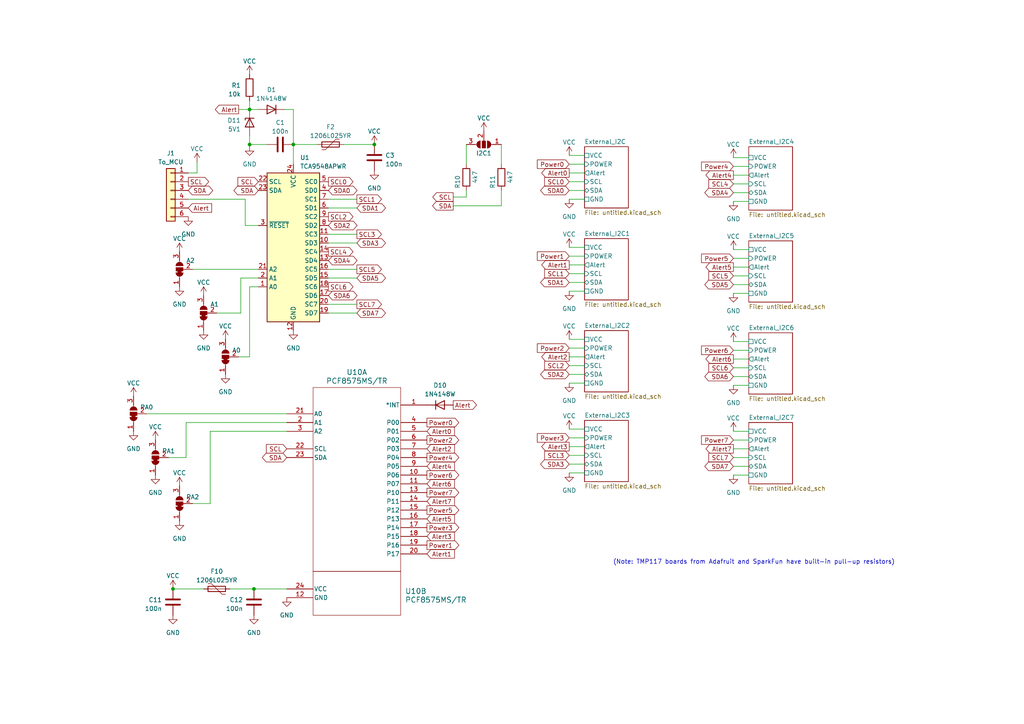
<source format=kicad_sch>
(kicad_sch (version 20230121) (generator eeschema)
  (paper "A4")
  (title_block (title "Datalogger 2039 TMP117 Adapter") (date "2023-07-09") (rev "1.0") (company "RTEK1000"))
  (lib_symbols
    (symbol "Connector_Generic:Conn_01x06" (pin_names (offset 1.016) hide)
      (property "Reference" "J" (at 0 7.62 0))
      (property "Value" "Conn_01x06" (at 0 -10.16 0))
      (symbol "Conn_01x06_1_1"
        (rectangle (start -1.27 -7.493) (end 0 -7.747) (stroke (width 0.1524)))
        (rectangle (start -1.27 -4.953) (end 0 -5.207) (stroke (width 0.1524)))
        (rectangle (start -1.27 -2.413) (end 0 -2.667) (stroke (width 0.1524)))
        (rectangle (start -1.27 0.127) (end 0 -0.127) (stroke (width 0.1524)))
        (rectangle (start -1.27 2.667) (end 0 2.413) (stroke (width 0.1524)))
        (rectangle (start -1.27 5.207) (end 0 4.953) (stroke (width 0.1524)))
        (rectangle (start -1.27 6.35) (end 1.27 -8.89) (stroke (width 0.254)) (fill (type background)))
        (pin passive line (at -5.08 5.08 0) (length 3.81) (name "Pin_1") (number "1"))
        (pin passive line (at -5.08 2.54 0) (length 3.81) (name "Pin_2") (number "2"))
        (pin passive line (at -5.08 0 0) (length 3.81) (name "Pin_3") (number "3"))
        (pin passive line (at -5.08 -2.54 0) (length 3.81) (name "Pin_4") (number "4"))
        (pin passive line (at -5.08 -5.08 0) (length 3.81) (name "Pin_5") (number "5"))
        (pin passive line (at -5.08 -7.62 0) (length 3.81) (name "Pin_6") (number "6"))
      )
    )
    (symbol "Device:C" (pin_numbers hide) (pin_names (offset 0.254))
      (property "Reference" "C" (at 0.635 2.54 0))
      (property "Value" "C" (at 0.635 -2.54 0))
      (symbol "C_0_1"
        (polyline (pts (xy -2.032 -0.762) (xy 2.032 -0.762)) (stroke (width 0.508)))
        (polyline (pts (xy -2.032 0.762) (xy 2.032 0.762)) (stroke (width 0.508)))
      )
      (symbol "C_1_1"
        (pin passive line (at 0 3.81 270) (length 2.794) (name "~") (number "1"))
        (pin passive line (at 0 -3.81 90) (length 2.794) (name "~") (number "2"))
      )
    )
    (symbol "Device:D" (pin_numbers hide) (pin_names (offset 1.016) hide)
      (property "Reference" "D" (at 0 2.54 0))
      (property "Value" "D" (at 0 -2.54 0))
      (symbol "D_0_1"
        (polyline (pts (xy -1.27 1.27) (xy -1.27 -1.27)) (stroke (width 0.254)))
        (polyline (pts (xy 1.27 0) (xy -1.27 0)))
        (polyline (pts (xy 1.27 1.27) (xy 1.27 -1.27) (xy -1.27 0) (xy 1.27 1.27)) (stroke (width 0.254)))
      )
      (symbol "D_1_1"
        (pin passive line (at -3.81 0 0) (length 2.54) (name "K") (number "1"))
        (pin passive line (at 3.81 0 180) (length 2.54) (name "A") (number "2"))
      )
    )
    (symbol "Device:D_Zener" (pin_numbers hide) (pin_names (offset 1.016) hide)
      (property "Reference" "D" (at 0 2.54 0))
      (property "Value" "D_Zener" (at 0 -2.54 0))
      (symbol "D_Zener_0_1"
        (polyline (pts (xy 1.27 0) (xy -1.27 0)))
        (polyline (pts (xy -1.27 -1.27) (xy -1.27 1.27) (xy -0.762 1.27)) (stroke (width 0.254)))
        (polyline (pts (xy 1.27 -1.27) (xy 1.27 1.27) (xy -1.27 0) (xy 1.27 -1.27)) (stroke (width 0.254)))
      )
      (symbol "D_Zener_1_1"
        (pin passive line (at -3.81 0 0) (length 2.54) (name "K") (number "1"))
        (pin passive line (at 3.81 0 180) (length 2.54) (name "A") (number "2"))
      )
    )
    (symbol "Device:Polyfuse" (pin_numbers hide) (pin_names (offset 0))
      (property "Reference" "F" (at -2.54 0 90))
      (property "Value" "Polyfuse" (at 2.54 0 90))
      (symbol "Polyfuse_0_1"
        (rectangle (start -0.762 2.54) (end 0.762 -2.54) (stroke (width 0.254)))
        (polyline (pts (xy 0 2.54) (xy 0 -2.54)))
        (polyline (pts (xy -1.524 2.54) (xy -1.524 1.524) (xy 1.524 -1.524) (xy 1.524 -2.54)))
      )
      (symbol "Polyfuse_1_1"
        (pin passive line (at 0 3.81 270) (length 1.27) (name "~") (number "1"))
        (pin passive line (at 0 -3.81 90) (length 1.27) (name "~") (number "2"))
      )
    )
    (symbol "Device:R" (pin_numbers hide) (pin_names (offset 0))
      (property "Reference" "R" (at 2.032 0 90))
      (property "Value" "R" (at 0 0 90))
      (symbol "R_0_1"
        (rectangle (start -1.016 -2.54) (end 1.016 2.54) (stroke (width 0.254)))
      )
      (symbol "R_1_1"
        (pin passive line (at 0 3.81 270) (length 1.27) (name "~") (number "1"))
        (pin passive line (at 0 -3.81 90) (length 1.27) (name "~") (number "2"))
      )
    )
    (symbol "ESP32:PCF8575DB" (pin_names (offset 0.254))
      (property "Reference" "U" (at 20.32 12.7 0))
      (property "Value" "PCF8575DB" (at 20.32 10.16 0))
      (symbol "PCF8575DB_1_1"
        (polyline (pts (xy 7.62 -45.72) (xy 33.02 -45.72)) (stroke (width 0.127)))
        (polyline (pts (xy 7.62 7.62) (xy 7.62 -45.72)) (stroke (width 0.127)))
        (polyline (pts (xy 33.02 -45.72) (xy 33.02 7.62)) (stroke (width 0.127)))
        (polyline (pts (xy 33.02 7.62) (xy 7.62 7.62)) (stroke (width 0.127)))
        (pin output line (at 40.64 2.54 180) (length 7.62) (name "*INT") (number "1"))
        (pin bidirectional line (at 40.64 -17.78 180) (length 7.62) (name "P06") (number "10"))
        (pin bidirectional line (at 40.64 -20.32 180) (length 7.62) (name "P07") (number "11"))
        (pin bidirectional line (at 40.64 -22.86 180) (length 7.62) (name "P10") (number "13"))
        (pin bidirectional line (at 40.64 -25.4 180) (length 7.62) (name "P11") (number "14"))
        (pin bidirectional line (at 40.64 -27.94 180) (length 7.62) (name "P12") (number "15"))
        (pin bidirectional line (at 40.64 -30.48 180) (length 7.62) (name "P13") (number "16"))
        (pin bidirectional line (at 40.64 -33.02 180) (length 7.62) (name "P14") (number "17"))
        (pin bidirectional line (at 40.64 -35.56 180) (length 7.62) (name "P15") (number "18"))
        (pin bidirectional line (at 40.64 -38.1 180) (length 7.62) (name "P16") (number "19"))
        (pin input line (at 0 -2.54 0) (length 7.62) (name "A1") (number "2"))
        (pin bidirectional line (at 40.64 -40.64 180) (length 7.62) (name "P17") (number "20"))
        (pin input line (at 0 0 0) (length 7.62) (name "A0") (number "21"))
        (pin unspecified line (at 0 -10.16 0) (length 7.62) (name "SCL") (number "22"))
        (pin unspecified line (at 0 -12.7 0) (length 7.62) (name "SDA") (number "23"))
        (pin input line (at 0 -5.08 0) (length 7.62) (name "A2") (number "3"))
        (pin bidirectional line (at 40.64 -2.54 180) (length 7.62) (name "P00") (number "4"))
        (pin bidirectional line (at 40.64 -5.08 180) (length 7.62) (name "P01") (number "5"))
        (pin bidirectional line (at 40.64 -7.62 180) (length 7.62) (name "P02") (number "6"))
        (pin bidirectional line (at 40.64 -10.16 180) (length 7.62) (name "P03") (number "7"))
        (pin bidirectional line (at 40.64 -12.7 180) (length 7.62) (name "P04") (number "8"))
        (pin bidirectional line (at 40.64 -15.24 180) (length 7.62) (name "P05") (number "9"))
      )
      (symbol "PCF8575DB_2_1"
        (polyline (pts (xy 7.62 -7.62) (xy 33.02 -7.62)) (stroke (width 0.127)))
        (polyline (pts (xy 7.62 5.08) (xy 7.62 -7.62)) (stroke (width 0.127)))
        (polyline (pts (xy 33.02 -7.62) (xy 33.02 5.08)) (stroke (width 0.127)))
        (polyline (pts (xy 33.02 5.08) (xy 7.62 5.08)) (stroke (width 0.127)))
        (pin power_in line (at 0 -2.54 0) (length 7.62) (name "GND") (number "12"))
        (pin power_in line (at 0 0 0) (length 7.62) (name "VCC") (number "24"))
      )
    )
    (symbol "Interface_Expansion:TCA9548APWR"
      (property "Reference" "U" (at -7.62 21.59 0))
      (property "Value" "TCA9548APWR" (at 1.016 21.59 0))
      (symbol "TCA9548APWR_0_1"
        (rectangle (start -7.62 20.32) (end 7.62 -22.86) (stroke (width 0.254)) (fill (type background)))
      )
      (symbol "TCA9548APWR_1_1"
        (pin input line (at -10.16 -12.7 0) (length 2.54) (name "A0") (number "1"))
        (pin bidirectional line (at 10.16 0 180) (length 2.54) (name "SD3") (number "10"))
        (pin output line (at 10.16 2.54 180) (length 2.54) (name "SC3") (number "11"))
        (pin power_in line (at 0 -25.4 90) (length 2.54) (name "GND") (number "12"))
        (pin bidirectional line (at 10.16 -5.08 180) (length 2.54) (name "SD4") (number "13"))
        (pin output line (at 10.16 -2.54 180) (length 2.54) (name "SC4") (number "14"))
        (pin bidirectional line (at 10.16 -10.16 180) (length 2.54) (name "SD5") (number "15"))
        (pin output line (at 10.16 -7.62 180) (length 2.54) (name "SC5") (number "16"))
        (pin bidirectional line (at 10.16 -15.24 180) (length 2.54) (name "SD6") (number "17"))
        (pin output line (at 10.16 -12.7 180) (length 2.54) (name "SC6") (number "18"))
        (pin bidirectional line (at 10.16 -20.32 180) (length 2.54) (name "SD7") (number "19"))
        (pin input line (at -10.16 -10.16 0) (length 2.54) (name "A1") (number "2"))
        (pin output line (at 10.16 -17.78 180) (length 2.54) (name "SC7") (number "20"))
        (pin input line (at -10.16 -7.62 0) (length 2.54) (name "A2") (number "21"))
        (pin input line (at -10.16 17.78 0) (length 2.54) (name "SCL") (number "22"))
        (pin bidirectional line (at -10.16 15.24 0) (length 2.54) (name "SDA") (number "23"))
        (pin power_in line (at 0 22.86 270) (length 2.54) (name "VCC") (number "24"))
        (pin input line (at -10.16 5.08 0) (length 2.54) (name "~{RESET}") (number "3"))
        (pin bidirectional line (at 10.16 15.24 180) (length 2.54) (name "SD0") (number "4"))
        (pin output line (at 10.16 17.78 180) (length 2.54) (name "SC0") (number "5"))
        (pin bidirectional line (at 10.16 10.16 180) (length 2.54) (name "SD1") (number "6"))
        (pin output line (at 10.16 12.7 180) (length 2.54) (name "SC1") (number "7"))
        (pin bidirectional line (at 10.16 5.08 180) (length 2.54) (name "SD2") (number "8"))
        (pin output line (at 10.16 7.62 180) (length 2.54) (name "SC2") (number "9"))
      )
    )
    (symbol "Jumper:SolderJumper_3_Bridged12" (pin_names (offset 0) hide)
      (property "Reference" "JP" (at -2.54 -2.54 0))
      (property "Value" "SolderJumper_3_Bridged12" (at 0 2.794 0))
      (symbol "SolderJumper_3_Bridged12_0_1"
        (rectangle (start -1.016 0.508) (end -0.508 -0.508) (fill (type outline)))
        (arc (start -1.016 1.016) (mid -2.0276 0) (end -1.016 -1.016))
        (arc (start -1.016 1.016) (mid -2.0276 0) (end -1.016 -1.016) (fill (type outline)))
        (rectangle (start -0.508 1.016) (end 0.508 -1.016) (fill (type outline)))
        (polyline (pts (xy -2.54 0) (xy -2.032 0)))
        (polyline (pts (xy -1.016 1.016) (xy -1.016 -1.016)))
        (polyline (pts (xy 0 -1.27) (xy 0 -1.016)))
        (polyline (pts (xy 1.016 1.016) (xy 1.016 -1.016)))
        (polyline (pts (xy 2.54 0) (xy 2.032 0)))
        (arc (start 1.016 -1.016) (mid 2.0276 0) (end 1.016 1.016))
        (arc (start 1.016 -1.016) (mid 2.0276 0) (end 1.016 1.016) (fill (type outline)))
      )
      (symbol "SolderJumper_3_Bridged12_1_1"
        (pin passive line (at -5.08 0 0) (length 2.54) (name "A") (number "1"))
        (pin passive line (at 0 -3.81 90) (length 2.54) (name "C") (number "2"))
        (pin passive line (at 5.08 0 180) (length 2.54) (name "B") (number "3"))
      )
    )
    (symbol "Jumper:SolderJumper_3_Open" (pin_names (offset 0) hide)
      (property "Reference" "JP" (at -2.54 -2.54 0))
      (property "Value" "SolderJumper_3_Open" (at 0 2.794 0))
      (symbol "SolderJumper_3_Open_0_1"
        (arc (start -1.016 1.016) (mid -2.0276 0) (end -1.016 -1.016))
        (arc (start -1.016 1.016) (mid -2.0276 0) (end -1.016 -1.016) (fill (type outline)))
        (rectangle (start -0.508 1.016) (end 0.508 -1.016) (fill (type outline)))
        (polyline (pts (xy -2.54 0) (xy -2.032 0)))
        (polyline (pts (xy -1.016 1.016) (xy -1.016 -1.016)))
        (polyline (pts (xy 0 -1.27) (xy 0 -1.016)))
        (polyline (pts (xy 1.016 1.016) (xy 1.016 -1.016)))
        (polyline (pts (xy 2.54 0) (xy 2.032 0)))
        (arc (start 1.016 -1.016) (mid 2.0276 0) (end 1.016 1.016))
        (arc (start 1.016 -1.016) (mid 2.0276 0) (end 1.016 1.016) (fill (type outline)))
      )
      (symbol "SolderJumper_3_Open_1_1"
        (pin passive line (at -5.08 0 0) (length 2.54) (name "A") (number "1"))
        (pin passive line (at 0 -3.81 90) (length 2.54) (name "C") (number "2"))
        (pin passive line (at 5.08 0 180) (length 2.54) (name "B") (number "3"))
      )
    )
    (symbol "power:GND" (power) (pin_names (offset 0))
      (property "Value" "GND" (at 0 -3.81 0))
      (symbol "GND_0_1"
        (polyline (pts (xy 0 0) (xy 0 -1.27) (xy 1.27 -1.27) (xy 0 -2.54) (xy -1.27 -1.27) (xy 0 -1.27)))
      )
      (symbol "GND_1_1"
        (pin power_in line (at 0 0 270) (length 0) hide (name "GND") (number "1"))
      )
    )
    (symbol "power:VCC" (power) (pin_names (offset 0))
      (property "Value" "VCC" (at 0 3.81 0))
      (symbol "VCC_0_1"
        (polyline (pts (xy -0.762 1.27) (xy 0 2.54)))
        (polyline (pts (xy 0 0) (xy 0 2.54)))
        (polyline (pts (xy 0 2.54) (xy 0.762 1.27)))
      )
      (symbol "VCC_1_1"
        (pin power_in line (at 0 0 90) (length 0) hide (name "VCC") (number "1"))
      )
    )
  )
  (junction (at 72.39 31.75))
  (junction (at 85.09 41.91))
  (junction (at 50.165 170.815))
  (junction (at 72.39 41.91))
  (junction (at 108.585 41.91))
  (junction (at 73.66 170.815))
  (wire (pts (xy 60.96 125.095) (xy 60.96 146.05)))
  (wire (pts (xy 212.725 53.34) (xy 217.17 53.34)))
  (wire (pts (xy 72.39 103.505) (xy 72.39 83.185)))
  (wire (pts (xy 69.85 90.805) (xy 69.85 80.645)))
  (wire (pts (xy 103.505 88.265) (xy 95.25 88.265)))
  (wire (pts (xy 57.15 46.99) (xy 57.15 50.165)))
  (wire (pts (xy 212.725 104.14) (xy 217.17 104.14)))
  (wire (pts (xy 99.695 41.91) (xy 108.585 41.91)))
  (wire (pts (xy 145.415 41.91) (xy 145.415 47.625)))
  (wire (pts (xy 74.93 80.645) (xy 69.85 80.645)))
  (wire (pts (xy 57.15 50.165) (xy 54.61 50.165)))
  (wire (pts (xy 165.1 132.08) (xy 169.545 132.08)))
  (wire (pts (xy 165.1 124.46) (xy 169.545 124.46)))
  (wire (pts (xy 165.1 45.085) (xy 169.545 45.085)))
  (wire (pts (xy 145.415 55.245) (xy 145.415 59.69)))
  (wire (pts (xy 103.505 90.805) (xy 95.25 90.805)))
  (wire (pts (xy 72.39 31.75) (xy 72.39 29.21)))
  (wire (pts (xy 66.675 170.815) (xy 73.66 170.815)))
  (wire (pts (xy 212.725 109.22) (xy 217.17 109.22)))
  (wire (pts (xy 212.725 125.095) (xy 217.17 125.095)))
  (wire (pts (xy 83.185 122.555) (xy 53.975 122.555)))
  (wire (pts (xy 165.1 81.915) (xy 169.545 81.915)))
  (wire (pts (xy 212.725 82.55) (xy 217.17 82.55)))
  (wire (pts (xy 71.12 57.785) (xy 71.12 65.405)))
  (wire (pts (xy 212.725 111.76) (xy 217.17 111.76)))
  (wire (pts (xy 165.1 108.585) (xy 169.545 108.585)))
  (wire (pts (xy 69.215 31.75) (xy 72.39 31.75)))
  (wire (pts (xy 73.66 170.815) (xy 83.185 170.815)))
  (wire (pts (xy 165.1 98.425) (xy 169.545 98.425)))
  (wire (pts (xy 212.725 130.175) (xy 217.17 130.175)))
  (wire (pts (xy 55.88 78.105) (xy 74.93 78.105)))
  (wire (pts (xy 212.725 137.795) (xy 217.17 137.795)))
  (wire (pts (xy 165.1 103.505) (xy 169.545 103.505)))
  (wire (pts (xy 165.1 57.785) (xy 169.545 57.785)))
  (wire (pts (xy 53.975 122.555) (xy 53.975 132.715)))
  (wire (pts (xy 212.725 80.01) (xy 217.17 80.01)))
  (wire (pts (xy 103.505 57.785) (xy 95.25 57.785)))
  (wire (pts (xy 103.505 78.105) (xy 95.25 78.105)))
  (wire (pts (xy 72.39 41.91) (xy 77.47 41.91)))
  (wire (pts (xy 165.1 106.045) (xy 169.545 106.045)))
  (wire (pts (xy 212.725 74.93) (xy 217.17 74.93)))
  (wire (pts (xy 165.1 55.245) (xy 169.545 55.245)))
  (wire (pts (xy 60.96 146.05) (xy 55.88 146.05)))
  (wire (pts (xy 165.1 71.755) (xy 169.545 71.755)))
  (wire (pts (xy 212.725 50.8) (xy 217.17 50.8)))
  (wire (pts (xy 212.725 48.26) (xy 217.17 48.26)))
  (wire (pts (xy 212.725 58.42) (xy 217.17 58.42)))
  (wire (pts (xy 212.725 127.635) (xy 217.17 127.635)))
  (wire (pts (xy 212.725 85.09) (xy 217.17 85.09)))
  (wire (pts (xy 165.1 50.165) (xy 169.545 50.165)))
  (wire (pts (xy 212.725 77.47) (xy 217.17 77.47)))
  (wire (pts (xy 85.09 31.75) (xy 85.09 41.91)))
  (wire (pts (xy 212.725 135.255) (xy 217.17 135.255)))
  (wire (pts (xy 145.415 59.69) (xy 131.445 59.69)))
  (wire (pts (xy 165.1 134.62) (xy 169.545 134.62)))
  (wire (pts (xy 83.185 125.095) (xy 60.96 125.095)))
  (wire (pts (xy 85.09 41.91) (xy 92.075 41.91)))
  (wire (pts (xy 135.255 57.15) (xy 131.445 57.15)))
  (wire (pts (xy 103.505 70.485) (xy 95.25 70.485)))
  (wire (pts (xy 165.1 129.54) (xy 169.545 129.54)))
  (wire (pts (xy 62.865 90.805) (xy 69.85 90.805)))
  (wire (pts (xy 165.1 127) (xy 169.545 127)))
  (wire (pts (xy 165.1 76.835) (xy 169.545 76.835)))
  (wire (pts (xy 42.545 120.015) (xy 83.185 120.015)))
  (wire (pts (xy 212.725 132.715) (xy 217.17 132.715)))
  (wire (pts (xy 103.505 80.645) (xy 95.25 80.645)))
  (wire (pts (xy 54.61 57.785) (xy 71.12 57.785)))
  (wire (pts (xy 59.055 170.815) (xy 50.165 170.815)))
  (wire (pts (xy 165.1 111.125) (xy 169.545 111.125)))
  (wire (pts (xy 165.1 79.375) (xy 169.545 79.375)))
  (wire (pts (xy 165.1 74.295) (xy 169.545 74.295)))
  (wire (pts (xy 212.725 101.6) (xy 217.17 101.6)))
  (wire (pts (xy 72.39 42.545) (xy 72.39 41.91)))
  (wire (pts (xy 74.93 83.185) (xy 72.39 83.185)))
  (wire (pts (xy 103.505 60.325) (xy 95.25 60.325)))
  (wire (pts (xy 82.55 31.75) (xy 85.09 31.75)))
  (wire (pts (xy 212.725 99.06) (xy 217.17 99.06)))
  (wire (pts (xy 53.975 132.715) (xy 48.895 132.715)))
  (wire (pts (xy 165.1 137.16) (xy 169.545 137.16)))
  (wire (pts (xy 212.725 106.68) (xy 217.17 106.68)))
  (wire (pts (xy 85.09 41.91) (xy 85.09 47.625)))
  (wire (pts (xy 74.93 31.75) (xy 72.39 31.75)))
  (wire (pts (xy 135.255 55.245) (xy 135.255 57.15)))
  (wire (pts (xy 165.1 84.455) (xy 169.545 84.455)))
  (wire (pts (xy 212.725 45.72) (xy 217.17 45.72)))
  (wire (pts (xy 165.1 100.965) (xy 169.545 100.965)))
  (wire (pts (xy 212.725 55.88) (xy 217.17 55.88)))
  (wire (pts (xy 72.39 41.91) (xy 72.39 39.37)))
  (wire (pts (xy 71.12 65.405) (xy 74.93 65.405)))
  (wire (pts (xy 165.1 52.705) (xy 169.545 52.705)))
  (wire (pts (xy 69.215 103.505) (xy 72.39 103.505)))
  (wire (pts (xy 135.255 41.91) (xy 135.255 47.625)))
  (wire (pts (xy 165.1 47.625) (xy 169.545 47.625)))
  (wire (pts (xy 103.505 67.945) (xy 95.25 67.945)))
  (wire (pts (xy 212.725 72.39) (xy 217.17 72.39)))
  (text "(Note: TMP117 boards from Adafruit and SparkFun have built-in pull-up resistors)" (at 177.8 163.83 0) (effects (font (size 1.27 1.27)) (justify left bottom)))
  (global_label "Alert0" (shape output) (at 165.1 50.165 180) (property "Intersheetrefs" "${INTERSHEET_REFS}" (effects hide)))
  (global_label "SDA" (shape bidirectional) (at 54.61 55.245 0) (property "Intersheetrefs" "${INTERSHEET_REFS}" (effects hide)))
  (global_label "SCL1" (shape input) (at 165.1 79.375 180) (property "Intersheetrefs" "${INTERSHEET_REFS}" (effects hide)))
  (global_label "Alert2" (shape input) (at 123.825 130.175 0) (property "Intersheetrefs" "${INTERSHEET_REFS}" (effects hide)))
  (global_label "Power4" (shape output) (at 123.825 132.715 0) (property "Intersheetrefs" "${INTERSHEET_REFS}" (effects hide)))
  (global_label "SCL" (shape output) (at 131.445 57.15 180) (property "Intersheetrefs" "${INTERSHEET_REFS}" (effects hide)))
  (global_label "SCL" (shape output) (at 54.61 52.705 0) (property "Intersheetrefs" "${INTERSHEET_REFS}" (effects hide)))
  (global_label "Alert0" (shape input) (at 123.825 125.095 0) (property "Intersheetrefs" "${INTERSHEET_REFS}" (effects hide)))
  (global_label "Power5" (shape output) (at 123.825 147.955 0) (property "Intersheetrefs" "${INTERSHEET_REFS}" (effects hide)))
  (global_label "Alert1" (shape input) (at 123.825 160.655 0) (property "Intersheetrefs" "${INTERSHEET_REFS}" (effects hide)))
  (global_label "Alert3" (shape output) (at 165.1 129.54 180) (property "Intersheetrefs" "${INTERSHEET_REFS}" (effects hide)))
  (global_label "SDA3" (shape bidirectional) (at 103.505 70.485 0) (property "Intersheetrefs" "${INTERSHEET_REFS}" (effects hide)))
  (global_label "Power7" (shape output) (at 123.825 142.875 0) (property "Intersheetrefs" "${INTERSHEET_REFS}" (effects hide)))
  (global_label "SDA0" (shape bidirectional) (at 95.25 55.245 0) (property "Intersheetrefs" "${INTERSHEET_REFS}" (effects hide)))
  (global_label "SDA5" (shape bidirectional) (at 212.725 82.55 180) (property "Intersheetrefs" "${INTERSHEET_REFS}" (effects hide)))
  (global_label "SCL0" (shape input) (at 165.1 52.705 180) (property "Intersheetrefs" "${INTERSHEET_REFS}" (effects hide)))
  (global_label "Alert3" (shape input) (at 123.825 155.575 0) (property "Intersheetrefs" "${INTERSHEET_REFS}" (effects hide)))
  (global_label "SDA1" (shape bidirectional) (at 165.1 81.915 180) (property "Intersheetrefs" "${INTERSHEET_REFS}" (effects hide)))
  (global_label "Alert2" (shape output) (at 165.1 103.505 180) (property "Intersheetrefs" "${INTERSHEET_REFS}" (effects hide)))
  (global_label "SDA" (shape bidirectional) (at 74.93 55.245 180) (property "Intersheetrefs" "${INTERSHEET_REFS}" (effects hide)))
  (global_label "SCL" (shape input) (at 83.185 130.175 180) (property "Intersheetrefs" "${INTERSHEET_REFS}" (effects hide)))
  (global_label "SDA3" (shape bidirectional) (at 165.1 134.62 180) (property "Intersheetrefs" "${INTERSHEET_REFS}" (effects hide)))
  (global_label "Power3" (shape output) (at 123.825 153.035 0) (property "Intersheetrefs" "${INTERSHEET_REFS}" (effects hide)))
  (global_label "SCL5" (shape input) (at 212.725 80.01 180) (property "Intersheetrefs" "${INTERSHEET_REFS}" (effects hide)))
  (global_label "SCL1" (shape output) (at 103.505 57.785 0) (property "Intersheetrefs" "${INTERSHEET_REFS}" (effects hide)))
  (global_label "Alert" (shape output) (at 131.445 117.475 0) (property "Intersheetrefs" "${INTERSHEET_REFS}" (effects hide)))
  (global_label "Alert5" (shape output) (at 212.725 77.47 180) (property "Intersheetrefs" "${INTERSHEET_REFS}" (effects hide)))
  (global_label "SCL7" (shape input) (at 212.725 132.715 180) (property "Intersheetrefs" "${INTERSHEET_REFS}" (effects hide)))
  (global_label "SDA2" (shape bidirectional) (at 95.25 65.405 0) (property "Intersheetrefs" "${INTERSHEET_REFS}" (effects hide)))
  (global_label "SDA6" (shape bidirectional) (at 212.725 109.22 180) (property "Intersheetrefs" "${INTERSHEET_REFS}" (effects hide)))
  (global_label "Power6" (shape output) (at 123.825 137.795 0) (property "Intersheetrefs" "${INTERSHEET_REFS}" (effects hide)))
  (global_label "Alert7" (shape input) (at 123.825 145.415 0) (property "Intersheetrefs" "${INTERSHEET_REFS}" (effects hide)))
  (global_label "Power5" (shape input) (at 212.725 74.93 180) (property "Intersheetrefs" "${INTERSHEET_REFS}" (effects hide)))
  (global_label "SDA4" (shape bidirectional) (at 212.725 55.88 180) (property "Intersheetrefs" "${INTERSHEET_REFS}" (effects hide)))
  (global_label "SCL3" (shape output) (at 103.505 67.945 0) (property "Intersheetrefs" "${INTERSHEET_REFS}" (effects hide)))
  (global_label "Power2" (shape output) (at 123.825 127.635 0) (property "Intersheetrefs" "${INTERSHEET_REFS}" (effects hide)))
  (global_label "SDA" (shape bidirectional) (at 83.185 132.715 180) (property "Intersheetrefs" "${INTERSHEET_REFS}" (effects hide)))
  (global_label "Power6" (shape input) (at 212.725 101.6 180) (property "Intersheetrefs" "${INTERSHEET_REFS}" (effects hide)))
  (global_label "Alert" (shape output) (at 69.215 31.75 180) (property "Intersheetrefs" "${INTERSHEET_REFS}" (effects hide)))
  (global_label "Alert4" (shape output) (at 212.725 50.8 180) (property "Intersheetrefs" "${INTERSHEET_REFS}" (effects hide)))
  (global_label "SDA1" (shape bidirectional) (at 103.505 60.325 0) (property "Intersheetrefs" "${INTERSHEET_REFS}" (effects hide)))
  (global_label "SCL5" (shape output) (at 103.505 78.105 0) (property "Intersheetrefs" "${INTERSHEET_REFS}" (effects hide)))
  (global_label "SDA7" (shape bidirectional) (at 212.725 135.255 180) (property "Intersheetrefs" "${INTERSHEET_REFS}" (effects hide)))
  (global_label "SCL3" (shape input) (at 165.1 132.08 180) (property "Intersheetrefs" "${INTERSHEET_REFS}" (effects hide)))
  (global_label "SDA" (shape output) (at 131.445 59.69 180) (property "Intersheetrefs" "${INTERSHEET_REFS}" (effects hide)))
  (global_label "SDA6" (shape bidirectional) (at 95.25 85.725 0) (property "Intersheetrefs" "${INTERSHEET_REFS}" (effects hide)))
  (global_label "SDA4" (shape bidirectional) (at 95.25 75.565 0) (property "Intersheetrefs" "${INTERSHEET_REFS}" (effects hide)))
  (global_label "SCL" (shape input) (at 74.93 52.705 180) (property "Intersheetrefs" "${INTERSHEET_REFS}" (effects hide)))
  (global_label "Alert4" (shape input) (at 123.825 135.255 0) (property "Intersheetrefs" "${INTERSHEET_REFS}" (effects hide)))
  (global_label "SDA5" (shape bidirectional) (at 103.505 80.645 0) (property "Intersheetrefs" "${INTERSHEET_REFS}" (effects hide)))
  (global_label "Alert7" (shape output) (at 212.725 130.175 180) (property "Intersheetrefs" "${INTERSHEET_REFS}" (effects hide)))
  (global_label "SCL6" (shape input) (at 212.725 106.68 180) (property "Intersheetrefs" "${INTERSHEET_REFS}" (effects hide)))
  (global_label "SCL0" (shape output) (at 95.25 52.705 0) (property "Intersheetrefs" "${INTERSHEET_REFS}" (effects hide)))
  (global_label "Power1" (shape output) (at 123.825 158.115 0) (property "Intersheetrefs" "${INTERSHEET_REFS}" (effects hide)))
  (global_label "SDA7" (shape bidirectional) (at 103.505 90.805 0) (property "Intersheetrefs" "${INTERSHEET_REFS}" (effects hide)))
  (global_label "SDA2" (shape bidirectional) (at 165.1 108.585 180) (property "Intersheetrefs" "${INTERSHEET_REFS}" (effects hide)))
  (global_label "SCL4" (shape input) (at 212.725 53.34 180) (property "Intersheetrefs" "${INTERSHEET_REFS}" (effects hide)))
  (global_label "SDA0" (shape bidirectional) (at 165.1 55.245 180) (property "Intersheetrefs" "${INTERSHEET_REFS}" (effects hide)))
  (global_label "Power7" (shape input) (at 212.725 127.635 180) (property "Intersheetrefs" "${INTERSHEET_REFS}" (effects hide)))
  (global_label "SCL2" (shape input) (at 165.1 106.045 180) (property "Intersheetrefs" "${INTERSHEET_REFS}" (effects hide)))
  (global_label "Power4" (shape input) (at 212.725 48.26 180) (property "Intersheetrefs" "${INTERSHEET_REFS}" (effects hide)))
  (global_label "Alert" (shape input) (at 54.61 60.325 0) (property "Intersheetrefs" "${INTERSHEET_REFS}" (effects hide)))
  (global_label "Alert6" (shape input) (at 123.825 140.335 0) (property "Intersheetrefs" "${INTERSHEET_REFS}" (effects hide)))
  (global_label "SCL2" (shape output) (at 95.25 62.865 0) (property "Intersheetrefs" "${INTERSHEET_REFS}" (effects hide)))
  (global_label "Power2" (shape input) (at 165.1 100.965 180) (property "Intersheetrefs" "${INTERSHEET_REFS}" (effects hide)))
  (global_label "Alert1" (shape output) (at 165.1 76.835 180) (property "Intersheetrefs" "${INTERSHEET_REFS}" (effects hide)))
  (global_label "Power0" (shape output) (at 123.825 122.555 0) (property "Intersheetrefs" "${INTERSHEET_REFS}" (effects hide)))
  (global_label "SCL4" (shape output) (at 95.25 73.025 0) (property "Intersheetrefs" "${INTERSHEET_REFS}" (effects hide)))
  (global_label "SCL6" (shape output) (at 95.25 83.185 0) (property "Intersheetrefs" "${INTERSHEET_REFS}" (effects hide)))
  (global_label "Alert6" (shape output) (at 212.725 104.14 180) (property "Intersheetrefs" "${INTERSHEET_REFS}" (effects hide)))
  (global_label "SCL7" (shape output) (at 103.505 88.265 0) (property "Intersheetrefs" "${INTERSHEET_REFS}" (effects hide)))
  (global_label "Power0" (shape input) (at 165.1 47.625 180) (property "Intersheetrefs" "${INTERSHEET_REFS}" (effects hide)))
  (global_label "Alert5" (shape input) (at 123.825 150.495 0) (property "Intersheetrefs" "${INTERSHEET_REFS}" (effects hide)))
  (global_label "Power1" (shape input) (at 165.1 74.295 180) (property "Intersheetrefs" "${INTERSHEET_REFS}" (effects hide)))
  (global_label "Power3" (shape input) (at 165.1 127 180) (property "Intersheetrefs" "${INTERSHEET_REFS}" (effects hide)))
  (symbol (lib_id "Device:R") (at 135.255 51.435 0) (mirror x) (unit 1)
    (property "Reference" "R10" (at 132.715 50.8 90) (effects (justify left)))
    (property "Value" "4k7" (at 137.795 49.53 90) (effects (justify left)))
    (property "Footprint" "Resistor_SMD:R_0805_2012Metric_Pad1.20x1.40mm_HandSolder" (effects hide))
    (property "LCSC" "C2930231" (effects hide))
  )
  (symbol (lib_id "power:VCC") (at 165.1 45.085 0) (unit 1)
    (property "Reference" "#PWR055" (effects hide))
    (property "Value" "VCC" (at 165.1 41.275 0))
  )
  (symbol (lib_id "power:VCC") (at 165.1 98.425 0) (unit 1)
    (property "Reference" "#PWR057" (effects hide))
    (property "Value" "VCC" (at 165.1 94.615 0))
  )
  (symbol (lib_id "power:GND") (at 212.725 137.795 0) (unit 1)
    (property "Reference" "#PWR041" (effects hide))
    (property "Value" "GND" (at 212.725 142.875 0))
  )
  (symbol (lib_id "Jumper:SolderJumper_3_Bridged12") (at 52.07 78.105 90) (unit 1) (in_bom no)
    (property "Reference" "A2" (at 56.515 75.565 90) (effects (justify left)))
    (property "Value" "A2" (effects hide))
    (property "Footprint" "Jumper:SolderJumper-3_P1.3mm_Bridged2Bar12_RoundedPad1.0x1.5mm" (effects hide))
  )
  (symbol (lib_id "power:GND") (at 72.39 42.545 0) (unit 1)
    (property "Reference" "#PWR064" (effects hide))
    (property "Value" "GND" (at 72.39 47.625 0))
  )
  (symbol (lib_id "Jumper:SolderJumper_3_Bridged12") (at 59.055 90.805 90) (unit 1) (in_bom no)
    (property "Reference" "A1" (at 63.5 88.265 90) (effects (justify left)))
    (property "Value" "A1" (effects hide))
    (property "Footprint" "Jumper:SolderJumper-3_P1.3mm_Bridged2Bar12_RoundedPad1.0x1.5mm" (effects hide))
  )
  (symbol (lib_id "power:VCC") (at 65.405 98.425 0) (unit 1)
    (property "Reference" "#PWR016" (effects hide))
    (property "Value" "VCC" (at 65.405 94.615 0))
  )
  (symbol (lib_id "power:GND") (at 65.405 108.585 0) (unit 1)
    (property "Reference" "#PWR013" (effects hide))
    (property "Value" "GND" (at 65.405 113.665 0))
  )
  (symbol (lib_id "ESP32:PCF8575DB") (at 83.185 170.815 0) (unit 2)
    (property "Reference" "U10" (at 117.475 171.45 0) (effects (font (size 1.524 1.524)) (justify left)))
    (property "Value" "PCF8575MS/TR" (at 117.475 173.99 0) (effects (font (size 1.524 1.524)) (justify left)))
    (property "Footprint" "Package_SO:SSOP-24_3.9x8.7mm_P0.635mm" (effects hide))
    (property "Datasheet" "PCF8575DB" (effects hide))
  )
  (symbol (lib_id "Device:C") (at 73.66 174.625 0) (mirror x) (unit 1)
    (property "Reference" "C12" (at 70.485 173.99 0) (effects (justify right)))
    (property "Value" "100n" (at 70.485 176.53 0) (effects (justify right)))
    (property "Footprint" "Capacitor_SMD:C_0805_2012Metric_Pad1.18x1.45mm_HandSolder" (effects hide))
    (property "LCSC" "C2930278" (effects hide))
  )
  (symbol (lib_id "power:GND") (at 165.1 57.785 0) (unit 1)
    (property "Reference" "#PWR06" (effects hide))
    (property "Value" "GND" (at 165.1 62.865 0))
  )
  (symbol (lib_id "power:GND") (at 54.61 62.865 0) (unit 1)
    (property "Reference" "#PWR05" (effects hide))
    (property "Value" "GND" (at 54.61 67.945 0))
  )
  (symbol (lib_id "power:VCC") (at 50.165 170.815 0) (mirror y) (unit 1)
    (property "Reference" "#PWR018" (effects hide))
    (property "Value" "VCC" (at 50.165 167.005 0))
  )
  (symbol (lib_id "power:GND") (at 52.07 151.13 0) (unit 1)
    (property "Reference" "#PWR054" (effects hide))
    (property "Value" "GND" (at 52.07 156.21 0))
  )
  (symbol (lib_id "power:GND") (at 212.725 85.09 0) (unit 1)
    (property "Reference" "#PWR037" (effects hide))
    (property "Value" "GND" (at 212.725 90.17 0))
  )
  (symbol (lib_id "power:VCC") (at 59.055 85.725 0) (unit 1)
    (property "Reference" "#PWR017" (effects hide))
    (property "Value" "VCC" (at 59.055 81.915 0))
  )
  (symbol (lib_id "Device:R") (at 72.39 25.4 0) (mirror y) (unit 1)
    (property "Reference" "R1" (at 69.85 24.765 0) (effects (justify left)))
    (property "Value" "10k" (at 69.85 27.305 0) (effects (justify left)))
    (property "Footprint" "Resistor_SMD:R_0805_2012Metric_Pad1.20x1.40mm_HandSolder" (effects hide))
    (property "LCSC" "C2930231" (effects hide))
  )
  (symbol (lib_id "power:VCC") (at 52.07 140.97 0) (unit 1)
    (property "Reference" "#PWR040" (effects hide))
    (property "Value" "VCC" (at 52.07 137.16 0))
  )
  (symbol (lib_id "power:GND") (at 45.085 137.795 0) (unit 1)
    (property "Reference" "#PWR038" (effects hide))
    (property "Value" "GND" (at 45.085 142.875 0))
  )
  (symbol (lib_id "power:VCC") (at 52.07 73.025 0) (unit 1)
    (property "Reference" "#PWR015" (effects hide))
    (property "Value" "VCC" (at 52.07 69.215 0))
  )
  (symbol (lib_id "power:GND") (at 212.725 111.76 0) (unit 1)
    (property "Reference" "#PWR039" (effects hide))
    (property "Value" "GND" (at 212.725 116.84 0))
  )
  (symbol (lib_id "power:GND") (at 38.735 125.095 0) (unit 1)
    (property "Reference" "#PWR034" (effects hide))
    (property "Value" "GND" (at 38.735 130.175 0))
  )
  (symbol (lib_id "Device:C") (at 108.585 45.72 180) (unit 1)
    (property "Reference" "C3" (at 111.76 45.085 0) (effects (justify right)))
    (property "Value" "100n" (at 111.76 47.625 0) (effects (justify right)))
    (property "Footprint" "Capacitor_SMD:C_0805_2012Metric_Pad1.18x1.45mm_HandSolder" (effects hide))
    (property "LCSC" "C2930278" (effects hide))
  )
  (symbol (lib_id "power:GND") (at 165.1 137.16 0) (unit 1)
    (property "Reference" "#PWR030" (effects hide))
    (property "Value" "GND" (at 165.1 142.24 0))
  )
  (symbol (lib_id "power:VCC") (at 212.725 125.095 0) (unit 1)
    (property "Reference" "#PWR059" (effects hide))
    (property "Value" "VCC" (at 212.725 121.285 0))
  )
  (symbol (lib_id "power:VCC") (at 165.1 71.755 0) (unit 1)
    (property "Reference" "#PWR056" (effects hide))
    (property "Value" "VCC" (at 165.1 67.945 0))
  )
  (symbol (lib_id "power:GND") (at 85.09 95.885 0) (unit 1)
    (property "Reference" "#PWR02" (effects hide))
    (property "Value" "GND" (at 85.09 100.965 0))
  )
  (symbol (lib_id "power:VCC") (at 72.39 21.59 0) (unit 1)
    (property "Reference" "#PWR09" (effects hide))
    (property "Value" "VCC" (at 72.39 17.78 0))
  )
  (symbol (lib_id "power:GND") (at 59.055 95.885 0) (unit 1)
    (property "Reference" "#PWR01" (effects hide))
    (property "Value" "GND" (at 59.055 100.965 0))
  )
  (symbol (lib_id "Jumper:SolderJumper_3_Bridged12") (at 52.07 146.05 90) (unit 1) (in_bom no)
    (property "Reference" "PA2" (at 57.785 144.145 90) (effects (justify left)))
    (property "Value" "A0" (effects hide))
    (property "Footprint" "Jumper:SolderJumper-3_P1.3mm_Bridged2Bar12_RoundedPad1.0x1.5mm" (effects hide))
  )
  (symbol (lib_id "power:GND") (at 50.165 178.435 0) (mirror y) (unit 1)
    (property "Reference" "#PWR019" (effects hide))
    (property "Value" "GND" (at 50.165 183.515 0))
  )
  (symbol (lib_id "Device:D") (at 78.74 31.75 180) (unit 1)
    (property "Reference" "D1" (at 78.74 26.035 0))
    (property "Value" "1N4148W" (at 78.74 28.575 0))
    (property "Footprint" "Diode_SMD:D_SOD-123" (effects hide))
    (property "Sim.Device" "D" (effects hide))
    (property "Sim.Pins" "1=K 2=A" (effects hide))
    (property "LCSC" "C917030" (effects hide))
  )
  (symbol (lib_id "Device:R") (at 145.415 51.435 0) (mirror x) (unit 1)
    (property "Reference" "R11" (at 142.875 50.8 90) (effects (justify left)))
    (property "Value" "4k7" (at 147.955 49.53 90) (effects (justify left)))
    (property "Footprint" "Resistor_SMD:R_0805_2012Metric_Pad1.20x1.40mm_HandSolder" (effects hide))
    (property "LCSC" "C2930231" (effects hide))
  )
  (symbol (lib_id "Device:C") (at 50.165 174.625 0) (mirror x) (unit 1)
    (property "Reference" "C11" (at 46.99 173.99 0) (effects (justify right)))
    (property "Value" "100n" (at 46.99 176.53 0) (effects (justify right)))
    (property "Footprint" "Capacitor_SMD:C_0805_2012Metric_Pad1.18x1.45mm_HandSolder" (effects hide))
    (property "LCSC" "C2930278" (effects hide))
  )
  (symbol (lib_id "power:GND") (at 83.185 173.355 0) (mirror y) (unit 1)
    (property "Reference" "#PWR024" (effects hide))
    (property "Value" "GND" (at 83.185 178.435 0))
  )
  (symbol (lib_id "Jumper:SolderJumper_3_Bridged12") (at 65.405 103.505 90) (unit 1) (in_bom no)
    (property "Reference" "A0" (at 69.85 101.6 90) (effects (justify left)))
    (property "Value" "A0" (effects hide))
    (property "Footprint" "Jumper:SolderJumper-3_P1.3mm_Bridged2Bar12_RoundedPad1.0x1.5mm" (effects hide))
  )
  (symbol (lib_id "power:GND") (at 165.1 84.455 0) (unit 1)
    (property "Reference" "#PWR020" (effects hide))
    (property "Value" "GND" (at 165.1 89.535 0))
  )
  (symbol (lib_id "Jumper:SolderJumper_3_Bridged12") (at 45.085 132.715 90) (unit 1) (in_bom no)
    (property "Reference" "PA1" (at 50.8 130.81 90) (effects (justify left)))
    (property "Value" "A0" (effects hide))
    (property "Footprint" "Jumper:SolderJumper-3_P1.3mm_Bridged2Bar12_RoundedPad1.0x1.5mm" (effects hide))
  )
  (symbol (lib_id "power:GND") (at 212.725 58.42 0) (unit 1)
    (property "Reference" "#PWR035" (effects hide))
    (property "Value" "GND" (at 212.725 63.5 0))
  )
  (symbol (lib_id "ESP32:PCF8575DB") (at 83.185 120.015 0) (unit 1)
    (property "Reference" "U10" (at 103.505 107.95 0) (effects (font (size 1.524 1.524))))
    (property "Value" "PCF8575MS/TR" (at 103.505 110.49 0) (effects (font (size 1.524 1.524))))
    (property "Footprint" "Package_SO:SSOP-24_3.9x8.7mm_P0.635mm" (effects hide))
    (property "Datasheet" "PCF8575DB" (effects hide))
  )
  (symbol (lib_id "Device:C") (at 81.28 41.91 90) (unit 1)
    (property "Reference" "C1" (at 81.28 35.56 90))
    (property "Value" "100n" (at 81.28 38.1 90))
    (property "Footprint" "Capacitor_SMD:C_0805_2012Metric_Pad1.18x1.45mm_HandSolder" (effects hide))
    (property "LCSC" "C2930278" (effects hide))
  )
  (symbol (lib_id "power:VCC") (at 140.335 38.1 0) (unit 1)
    (property "Reference" "#PWR04" (effects hide))
    (property "Value" "VCC" (at 140.335 34.29 0))
  )
  (symbol (lib_id "Connector_Generic:Conn_01x06") (at 49.53 55.245 0) (mirror y) (unit 1)
    (property "Reference" "J1" (at 49.53 44.45 0))
    (property "Value" "To_MCU" (at 49.53 46.99 0))
    (property "Footprint" "Connector_PinSocket_2.54mm:PinSocket_1x06_P2.54mm_Vertical" (effects hide))
    (property "LCSC" "C2685156" (effects hide))
  )
  (symbol (lib_id "power:VCC") (at 57.15 46.99 0) (unit 1)
    (property "Reference" "#PWR03" (effects hide))
    (property "Value" "VCC" (at 57.15 43.18 0))
  )
  (symbol (lib_id "power:VCC") (at 212.725 72.39 0) (unit 1)
    (property "Reference" "#PWR061" (effects hide))
    (property "Value" "VCC" (at 212.725 68.58 0))
  )
  (symbol (lib_id "Jumper:SolderJumper_3_Bridged12") (at 38.735 120.015 90) (unit 1) (in_bom no)
    (property "Reference" "PA0" (at 44.45 118.11 90) (effects (justify left)))
    (property "Value" "A0" (effects hide))
    (property "Footprint" "Jumper:SolderJumper-3_P1.3mm_Bridged2Bar12_RoundedPad1.0x1.5mm" (effects hide))
  )
  (symbol (lib_id "power:VCC") (at 45.085 127.635 0) (unit 1)
    (property "Reference" "#PWR036" (effects hide))
    (property "Value" "VCC" (at 45.085 123.825 0))
  )
  (symbol (lib_id "power:GND") (at 165.1 111.125 0) (unit 1)
    (property "Reference" "#PWR025" (effects hide))
    (property "Value" "GND" (at 165.1 116.205 0))
  )
  (symbol (lib_id "Interface_Expansion:TCA9548APWR") (at 85.09 70.485 0) (unit 1)
    (property "Reference" "U1" (at 87.0459 45.72 0) (effects (justify left)))
    (property "Value" "TCA9548APWR" (at 87.0459 48.26 0) (effects (justify left)))
    (property "Footprint" "Package_SO:TSSOP-24_4.4x7.8mm_P0.65mm" (effects hide))
    (property "Datasheet" "http://www.ti.com/lit/ds/symlink/tca9548a.pdf" (effects hide))
    (property "LCSC" "C130026" (effects hide))
  )
  (symbol (lib_id "power:VCC") (at 165.1 124.46 0) (unit 1)
    (property "Reference" "#PWR058" (effects hide))
    (property "Value" "VCC" (at 165.1 120.65 0))
  )
  (symbol (lib_id "Jumper:SolderJumper_3_Open") (at 140.335 41.91 180) (unit 1) (in_bom no)
    (property "Reference" "I2C1" (at 140.335 44.45 0))
    (property "Value" "SolderJumper_3_Open" (effects hide))
    (property "Footprint" "Jumper:SolderJumper-3_P1.3mm_Open_RoundedPad1.0x1.5mm" (effects hide))
  )
  (symbol (lib_id "power:VCC") (at 38.735 114.935 0) (unit 1)
    (property "Reference" "#PWR029" (effects hide))
    (property "Value" "VCC" (at 38.735 111.125 0))
  )
  (symbol (lib_id "Device:Polyfuse") (at 62.865 170.815 270) (mirror x) (unit 1)
    (property "Reference" "F10" (at 62.865 165.735 90))
    (property "Value" "1206L025YR" (at 62.865 168.275 90))
    (property "Footprint" "Fuse:Fuse_1206_3216Metric_Pad1.42x1.75mm_HandSolder" (effects hide))
    (property "LCSC" "C99561" (effects hide))
  )
  (symbol (lib_id "power:GND") (at 108.585 49.53 0) (unit 1)
    (property "Reference" "#PWR08" (effects hide))
    (property "Value" "GND" (at 108.585 54.61 0))
  )
  (symbol (lib_id "power:GND") (at 73.66 178.435 0) (mirror y) (unit 1)
    (property "Reference" "#PWR063" (effects hide))
    (property "Value" "GND" (at 73.66 183.515 0))
  )
  (symbol (lib_id "Device:D") (at 127.635 117.475 0) (unit 1)
    (property "Reference" "D10" (at 127.635 111.76 0))
    (property "Value" "1N4148W" (at 127.635 114.3 0))
    (property "Footprint" "Diode_SMD:D_SOD-123" (effects hide))
    (property "Sim.Device" "D" (effects hide))
    (property "Sim.Pins" "1=K 2=A" (effects hide))
    (property "LCSC" "C917030" (effects hide))
  )
  (symbol (lib_id "power:VCC") (at 212.725 45.72 0) (unit 1)
    (property "Reference" "#PWR062" (effects hide))
    (property "Value" "VCC" (at 212.725 41.91 0))
  )
  (symbol (lib_id "Device:D_Zener") (at 72.39 35.56 90) (mirror x) (unit 1)
    (property "Reference" "D11" (at 69.85 34.925 90) (effects (justify left)))
    (property "Value" "5V1" (at 69.85 37.465 90) (effects (justify left)))
    (property "Footprint" "Diode_SMD:D_SOD-123" (effects hide))
  )
  (symbol (lib_id "power:VCC") (at 108.585 41.91 0) (unit 1)
    (property "Reference" "#PWR07" (effects hide))
    (property "Value" "VCC" (at 108.585 38.1 0))
  )
  (symbol (lib_id "power:GND") (at 52.07 83.185 0) (unit 1)
    (property "Reference" "#PWR014" (effects hide))
    (property "Value" "GND" (at 52.07 88.265 0))
  )
  (symbol (lib_id "Device:Polyfuse") (at 95.885 41.91 90) (unit 1)
    (property "Reference" "F2" (at 95.885 36.83 90))
    (property "Value" "1206L025YR" (at 95.885 39.37 90))
    (property "Footprint" "Fuse:Fuse_1206_3216Metric_Pad1.42x1.75mm_HandSolder" (effects hide))
    (property "LCSC" "C99561" (effects hide))
  )
  (symbol (lib_id "power:VCC") (at 212.725 99.06 0) (unit 1)
    (property "Reference" "#PWR060" (effects hide))
    (property "Value" "VCC" (at 212.725 95.25 0))
  )
  (sheet (at 217.17 42.545) (size 12.7 18.415) (stroke (width 0.1524))
    (property "Sheetname" "External_I2C4" (at 217.17 41.8334 0) (effects (justify left bottom)))
    (property "Sheetfile" "untitled.kicad_sch" (at 217.17 61.5446 0) (effects (justify left top)))
    (pin "GND" passive (at 217.17 58.42 180))
    (pin "Alert" output (at 217.17 50.8 180))
    (pin "VCC" passive (at 217.17 45.72 180))
    (pin "SDA" bidirectional (at 217.17 55.88 180))
    (pin "SCL" input (at 217.17 53.34 180))
    (pin "POWER" input (at 217.17 48.26 180))
  )
  (sheet (at 217.17 69.85) (size 12.7 17.78) (stroke (width 0.1524))
    (property "Sheetname" "External_I2C5" (at 217.17 69.1384 0) (effects (justify left bottom)))
    (property "Sheetfile" "untitled.kicad_sch" (at 217.17 88.2146 0) (effects (justify left top)))
    (pin "GND" passive (at 217.17 85.09 180))
    (pin "Alert" output (at 217.17 77.47 180))
    (pin "VCC" passive (at 217.17 72.39 180))
    (pin "SDA" bidirectional (at 217.17 82.55 180))
    (pin "SCL" input (at 217.17 80.01 180))
    (pin "POWER" input (at 217.17 74.93 180))
  )
  (sheet (at 169.545 69.215) (size 12.7 17.78) (stroke (width 0.1524))
    (property "Sheetname" "External_I2C1" (at 169.545 68.5034 0) (effects (justify left bottom)))
    (property "Sheetfile" "untitled.kicad_sch" (at 169.545 87.5796 0) (effects (justify left top)))
    (pin "GND" passive (at 169.545 84.455 180))
    (pin "Alert" output (at 169.545 76.835 180))
    (pin "VCC" passive (at 169.545 71.755 180))
    (pin "SDA" bidirectional (at 169.545 81.915 180))
    (pin "SCL" input (at 169.545 79.375 180))
    (pin "POWER" input (at 169.545 74.295 180))
  )
  (sheet (at 217.17 122.555) (size 12.7 17.78) (stroke (width 0.1524))
    (property "Sheetname" "External_I2C7" (at 217.17 121.8434 0) (effects (justify left bottom)))
    (property "Sheetfile" "untitled.kicad_sch" (at 217.17 140.9196 0) (effects (justify left top)))
    (pin "GND" passive (at 217.17 137.795 180))
    (pin "Alert" output (at 217.17 130.175 180))
    (pin "VCC" passive (at 217.17 125.095 180))
    (pin "SDA" bidirectional (at 217.17 135.255 180))
    (pin "SCL" input (at 217.17 132.715 180))
    (pin "POWER" input (at 217.17 127.635 180))
  )
  (sheet (at 169.545 42.545) (size 12.7 17.78) (stroke (width 0.1524))
    (property "Sheetname" "External_I2C" (at 169.545 41.8334 0) (effects (justify left bottom)))
    (property "Sheetfile" "untitled.kicad_sch" (at 169.545 60.9096 0) (effects (justify left top)))
    (pin "GND" passive (at 169.545 57.785 180))
    (pin "Alert" output (at 169.545 50.165 180))
    (pin "VCC" passive (at 169.545 45.085 180))
    (pin "SDA" bidirectional (at 169.545 55.245 180))
    (pin "SCL" input (at 169.545 52.705 180))
    (pin "POWER" input (at 169.545 47.625 180))
  )
  (sheet (at 217.17 96.52) (size 12.7 17.78) (stroke (width 0.1524))
    (property "Sheetname" "External_I2C6" (at 217.17 95.8084 0) (effects (justify left bottom)))
    (property "Sheetfile" "untitled.kicad_sch" (at 217.17 114.8846 0) (effects (justify left top)))
    (pin "GND" passive (at 217.17 111.76 180))
    (pin "Alert" output (at 217.17 104.14 180))
    (pin "VCC" passive (at 217.17 99.06 180))
    (pin "SDA" bidirectional (at 217.17 109.22 180))
    (pin "SCL" input (at 217.17 106.68 180))
    (pin "POWER" input (at 217.17 101.6 180))
  )
  (sheet (at 169.545 95.885) (size 12.7 17.78) (stroke (width 0.1524))
    (property "Sheetname" "External_I2C2" (at 169.545 95.1734 0) (effects (justify left bottom)))
    (property "Sheetfile" "untitled.kicad_sch" (at 169.545 114.2496 0) (effects (justify left top)))
    (pin "GND" passive (at 169.545 111.125 180))
    (pin "Alert" output (at 169.545 103.505 180))
    (pin "VCC" passive (at 169.545 98.425 180))
    (pin "SDA" bidirectional (at 169.545 108.585 180))
    (pin "SCL" input (at 169.545 106.045 180))
    (pin "POWER" input (at 169.545 100.965 180))
  )
  (sheet (at 169.545 121.92) (size 12.7 17.78) (stroke (width 0.1524))
    (property "Sheetname" "External_I2C3" (at 169.545 121.2084 0) (effects (justify left bottom)))
    (property "Sheetfile" "untitled.kicad_sch" (at 169.545 140.2846 0) (effects (justify left top)))
    (pin "GND" passive (at 169.545 137.16 180))
    (pin "Alert" output (at 169.545 129.54 180))
    (pin "VCC" passive (at 169.545 124.46 180))
    (pin "SDA" bidirectional (at 169.545 134.62 180))
    (pin "SCL" input (at 169.545 132.08 180))
    (pin "POWER" input (at 169.545 127 180))
  )
)
</source>
